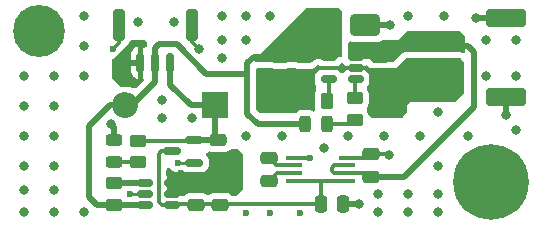
<source format=gtl>
G04 #@! TF.GenerationSoftware,KiCad,Pcbnew,8.0.0*
G04 #@! TF.CreationDate,2024-08-05T13:19:55+02:00*
G04 #@! TF.ProjectId,BatteryBridge,42617474-6572-4794-9272-696467652e6b,rev?*
G04 #@! TF.SameCoordinates,Original*
G04 #@! TF.FileFunction,Copper,L1,Top*
G04 #@! TF.FilePolarity,Positive*
%FSLAX46Y46*%
G04 Gerber Fmt 4.6, Leading zero omitted, Abs format (unit mm)*
G04 Created by KiCad (PCBNEW 8.0.0) date 2024-08-05 13:19:55*
%MOMM*%
%LPD*%
G01*
G04 APERTURE LIST*
G04 Aperture macros list*
%AMRoundRect*
0 Rectangle with rounded corners*
0 $1 Rounding radius*
0 $2 $3 $4 $5 $6 $7 $8 $9 X,Y pos of 4 corners*
0 Add a 4 corners polygon primitive as box body*
4,1,4,$2,$3,$4,$5,$6,$7,$8,$9,$2,$3,0*
0 Add four circle primitives for the rounded corners*
1,1,$1+$1,$2,$3*
1,1,$1+$1,$4,$5*
1,1,$1+$1,$6,$7*
1,1,$1+$1,$8,$9*
0 Add four rect primitives between the rounded corners*
20,1,$1+$1,$2,$3,$4,$5,0*
20,1,$1+$1,$4,$5,$6,$7,0*
20,1,$1+$1,$6,$7,$8,$9,0*
20,1,$1+$1,$8,$9,$2,$3,0*%
G04 Aperture macros list end*
G04 #@! TA.AperFunction,SMDPad,CuDef*
%ADD10RoundRect,0.250000X-0.475000X0.250000X-0.475000X-0.250000X0.475000X-0.250000X0.475000X0.250000X0*%
G04 #@! TD*
G04 #@! TA.AperFunction,SMDPad,CuDef*
%ADD11RoundRect,0.250000X0.475000X-0.250000X0.475000X0.250000X-0.475000X0.250000X-0.475000X-0.250000X0*%
G04 #@! TD*
G04 #@! TA.AperFunction,SMDPad,CuDef*
%ADD12RoundRect,0.250000X0.450000X-0.262500X0.450000X0.262500X-0.450000X0.262500X-0.450000X-0.262500X0*%
G04 #@! TD*
G04 #@! TA.AperFunction,ComponentPad*
%ADD13C,0.800000*%
G04 #@! TD*
G04 #@! TA.AperFunction,ComponentPad*
%ADD14C,6.400000*%
G04 #@! TD*
G04 #@! TA.AperFunction,SMDPad,CuDef*
%ADD15R,1.425000X0.450000*%
G04 #@! TD*
G04 #@! TA.AperFunction,SMDPad,CuDef*
%ADD16RoundRect,0.150000X0.587500X0.150000X-0.587500X0.150000X-0.587500X-0.150000X0.587500X-0.150000X0*%
G04 #@! TD*
G04 #@! TA.AperFunction,SMDPad,CuDef*
%ADD17RoundRect,0.250000X-1.000000X-0.650000X1.000000X-0.650000X1.000000X0.650000X-1.000000X0.650000X0*%
G04 #@! TD*
G04 #@! TA.AperFunction,SMDPad,CuDef*
%ADD18RoundRect,0.250000X-0.250000X-0.475000X0.250000X-0.475000X0.250000X0.475000X-0.250000X0.475000X0*%
G04 #@! TD*
G04 #@! TA.AperFunction,ComponentPad*
%ADD19R,2.200000X2.200000*%
G04 #@! TD*
G04 #@! TA.AperFunction,ComponentPad*
%ADD20O,2.200000X2.200000*%
G04 #@! TD*
G04 #@! TA.AperFunction,SMDPad,CuDef*
%ADD21RoundRect,0.150000X0.150000X0.700000X-0.150000X0.700000X-0.150000X-0.700000X0.150000X-0.700000X0*%
G04 #@! TD*
G04 #@! TA.AperFunction,SMDPad,CuDef*
%ADD22RoundRect,0.250000X0.250000X1.100000X-0.250000X1.100000X-0.250000X-1.100000X0.250000X-1.100000X0*%
G04 #@! TD*
G04 #@! TA.AperFunction,SMDPad,CuDef*
%ADD23RoundRect,0.250000X1.500000X-0.250000X1.500000X0.250000X-1.500000X0.250000X-1.500000X-0.250000X0*%
G04 #@! TD*
G04 #@! TA.AperFunction,SMDPad,CuDef*
%ADD24RoundRect,0.250001X1.449999X-0.499999X1.449999X0.499999X-1.449999X0.499999X-1.449999X-0.499999X0*%
G04 #@! TD*
G04 #@! TA.AperFunction,SMDPad,CuDef*
%ADD25RoundRect,0.150000X0.512500X0.150000X-0.512500X0.150000X-0.512500X-0.150000X0.512500X-0.150000X0*%
G04 #@! TD*
G04 #@! TA.AperFunction,SMDPad,CuDef*
%ADD26RoundRect,0.243750X0.243750X0.456250X-0.243750X0.456250X-0.243750X-0.456250X0.243750X-0.456250X0*%
G04 #@! TD*
G04 #@! TA.AperFunction,SMDPad,CuDef*
%ADD27RoundRect,0.243750X-0.456250X0.243750X-0.456250X-0.243750X0.456250X-0.243750X0.456250X0.243750X0*%
G04 #@! TD*
G04 #@! TA.AperFunction,ComponentPad*
%ADD28C,2.600000*%
G04 #@! TD*
G04 #@! TA.AperFunction,ConnectorPad*
%ADD29C,4.400000*%
G04 #@! TD*
G04 #@! TA.AperFunction,SMDPad,CuDef*
%ADD30RoundRect,0.250000X-0.262500X-0.450000X0.262500X-0.450000X0.262500X0.450000X-0.262500X0.450000X0*%
G04 #@! TD*
G04 #@! TA.AperFunction,SMDPad,CuDef*
%ADD31RoundRect,0.250000X-0.450000X0.262500X-0.450000X-0.262500X0.450000X-0.262500X0.450000X0.262500X0*%
G04 #@! TD*
G04 #@! TA.AperFunction,ViaPad*
%ADD32C,0.800000*%
G04 #@! TD*
G04 #@! TA.AperFunction,ViaPad*
%ADD33C,0.600000*%
G04 #@! TD*
G04 #@! TA.AperFunction,Conductor*
%ADD34C,0.508000*%
G04 #@! TD*
G04 #@! TA.AperFunction,Conductor*
%ADD35C,0.350000*%
G04 #@! TD*
G04 #@! TA.AperFunction,Conductor*
%ADD36C,0.300000*%
G04 #@! TD*
G04 #@! TA.AperFunction,Conductor*
%ADD37C,0.250000*%
G04 #@! TD*
G04 APERTURE END LIST*
D10*
X125350000Y-92810000D03*
X125350000Y-94710000D03*
D11*
X138860000Y-84065000D03*
X138860000Y-82165000D03*
D12*
X116340000Y-94692500D03*
X116340000Y-92867500D03*
D11*
X130430000Y-84075000D03*
X130430000Y-82175000D03*
D10*
X123300000Y-92830000D03*
X123300000Y-94730000D03*
D13*
X145860000Y-92770000D03*
X146562944Y-91072944D03*
X146562944Y-94467056D03*
X148260000Y-90370000D03*
D14*
X148260000Y-92770000D03*
D13*
X148260000Y-95170000D03*
X149957056Y-91072944D03*
X149957056Y-94467056D03*
X150660000Y-92770000D03*
D15*
X136052000Y-92685000D03*
X136052000Y-92035000D03*
X136052000Y-91385000D03*
X136052000Y-90735000D03*
X131628000Y-90735000D03*
X131628000Y-91385000D03*
X131628000Y-92035000D03*
X131628000Y-92685000D03*
D16*
X123135000Y-91150000D03*
X123135000Y-89250000D03*
X121260000Y-90200000D03*
D11*
X138090000Y-92350000D03*
X138090000Y-90450000D03*
D17*
X133632500Y-79512500D03*
X137632500Y-79512500D03*
D18*
X133860000Y-94650000D03*
X135760000Y-94650000D03*
D19*
X124900000Y-86300000D03*
D20*
X117280000Y-86300000D03*
D11*
X129520000Y-92690000D03*
X129520000Y-90790000D03*
D21*
X121100000Y-82680000D03*
X119850000Y-82680000D03*
X118600000Y-82680000D03*
D22*
X122950000Y-79480000D03*
X116750000Y-79480000D03*
D23*
X143760000Y-83260000D03*
X143760000Y-81260000D03*
D24*
X149510000Y-85610000D03*
X149510000Y-78910000D03*
D25*
X136807500Y-84075000D03*
X136807500Y-83125000D03*
X136807500Y-82175000D03*
X134532500Y-82175000D03*
X134532500Y-84075000D03*
D26*
X134407500Y-87892500D03*
X132532500Y-87892500D03*
D12*
X136730000Y-87535000D03*
X136730000Y-85710000D03*
D27*
X116380000Y-89252500D03*
X116380000Y-91127500D03*
D28*
X110000000Y-80000000D03*
D29*
X110000000Y-80000000D03*
D25*
X121297500Y-94732500D03*
X121297500Y-93782500D03*
X121297500Y-92832500D03*
X119022500Y-92832500D03*
X119022500Y-93782500D03*
X119022500Y-94732500D03*
D30*
X132537500Y-85892500D03*
X134362500Y-85892500D03*
D31*
X118390000Y-89287500D03*
X118390000Y-91112500D03*
D11*
X132480000Y-84095000D03*
X132480000Y-82195000D03*
D10*
X125207500Y-89237500D03*
X125207500Y-91137500D03*
D32*
X118364000Y-79248000D03*
X141224000Y-93827600D03*
X138530000Y-85550000D03*
X147828000Y-83820000D03*
X150368000Y-83820000D03*
X120396000Y-85852000D03*
X108712000Y-91440000D03*
X111252000Y-95351600D03*
X149520000Y-87120000D03*
X137120000Y-94650000D03*
X127508000Y-78740000D03*
X128860000Y-85230000D03*
X111252000Y-86360000D03*
X108712000Y-86360000D03*
X139660000Y-90470000D03*
D33*
X127508000Y-95402400D03*
D32*
X138684000Y-93827600D03*
X138510000Y-86690000D03*
D33*
X132080000Y-95402400D03*
X117906800Y-84378800D03*
D32*
X111252000Y-93472000D03*
X113792000Y-95351600D03*
X108712000Y-88900000D03*
X126700000Y-91130000D03*
X111252000Y-88900000D03*
X141800000Y-84600000D03*
X129540000Y-78740000D03*
X144272000Y-78740000D03*
D33*
X116600000Y-83700000D03*
D32*
X120396000Y-87376000D03*
X125476000Y-80772000D03*
X113792000Y-83820000D03*
X143764000Y-91440000D03*
X128890000Y-83970000D03*
D33*
X117551200Y-83362800D03*
D32*
X116070000Y-87850000D03*
X139770000Y-79520000D03*
X121412000Y-79248000D03*
X130020000Y-86490000D03*
D33*
X116300000Y-81500000D03*
D32*
X143000000Y-85380000D03*
D33*
X116600000Y-82700000D03*
D32*
X113792000Y-81280000D03*
X127508000Y-88900000D03*
X130010000Y-85290000D03*
D33*
X118800000Y-81200000D03*
D32*
X140170000Y-85510000D03*
X141224000Y-95300800D03*
X111252000Y-91440000D03*
D33*
X129540000Y-95402400D03*
D32*
X108712000Y-93472000D03*
X128890000Y-86450000D03*
X140380000Y-84040000D03*
X136144000Y-88900000D03*
X108712000Y-95351600D03*
X126770000Y-92810000D03*
D33*
X121000000Y-91980000D03*
D32*
X123530000Y-81520000D03*
X142240000Y-88900000D03*
X113792000Y-78740000D03*
X130556000Y-88900000D03*
D33*
X117551200Y-82143600D03*
D32*
X134112000Y-89916000D03*
X131160000Y-86460000D03*
X144000000Y-84590000D03*
X146304000Y-88900000D03*
X143764000Y-95300800D03*
X150368000Y-88392000D03*
D33*
X132990000Y-90730000D03*
D32*
X145000000Y-85350000D03*
X150368000Y-80772000D03*
X111252000Y-83820000D03*
X138684000Y-95300800D03*
X140210000Y-86690000D03*
X127508000Y-80772000D03*
X147828000Y-80772000D03*
X125476000Y-78740000D03*
X108712000Y-83820000D03*
X139192000Y-88900000D03*
X125476000Y-82296000D03*
X122936000Y-87376000D03*
X141224000Y-78740000D03*
X147010000Y-78890000D03*
X143764000Y-93827600D03*
D33*
X117900000Y-81200000D03*
D32*
X143764000Y-86868000D03*
X131100000Y-85350000D03*
D33*
X122070000Y-92040000D03*
X117740000Y-93780000D03*
X121780000Y-91150000D03*
D34*
X116380000Y-88160000D02*
X116070000Y-87850000D01*
X116380000Y-89252500D02*
X116380000Y-88160000D01*
X114882500Y-94692500D02*
X116340000Y-94692500D01*
X114240000Y-94050000D02*
X114882500Y-94692500D01*
X115980000Y-86300000D02*
X114240000Y-88040000D01*
X117280000Y-86300000D02*
X115980000Y-86300000D01*
X114240000Y-88040000D02*
X114240000Y-94050000D01*
X119850000Y-82680000D02*
X119850000Y-81440000D01*
X119850000Y-81440000D02*
X120150000Y-81140000D01*
X121700000Y-81140000D02*
X124170000Y-83610000D01*
X120150000Y-81140000D02*
X121700000Y-81140000D01*
X124170000Y-83610000D02*
X127650000Y-83610000D01*
X116380000Y-94732500D02*
X116340000Y-94692500D01*
X127650000Y-82710000D02*
X128185000Y-82175000D01*
X119022500Y-94732500D02*
X116380000Y-94732500D01*
X132532500Y-87892500D02*
X128542500Y-87892500D01*
X128185000Y-82175000D02*
X130430000Y-82175000D01*
X117850000Y-86300000D02*
X117280000Y-86300000D01*
X127650000Y-87000000D02*
X127650000Y-83610000D01*
X128542500Y-87892500D02*
X127650000Y-87000000D01*
X119850000Y-82680000D02*
X119850000Y-84300000D01*
X119850000Y-84300000D02*
X117850000Y-86300000D01*
X127650000Y-83610000D02*
X127650000Y-82710000D01*
D35*
X136052000Y-90735000D02*
X137805000Y-90735000D01*
X139640000Y-90450000D02*
X139660000Y-90470000D01*
D34*
X125327500Y-92832500D02*
X125350000Y-92810000D01*
D35*
X132985000Y-90735000D02*
X132990000Y-90730000D01*
D34*
X135760000Y-94650000D02*
X137120000Y-94650000D01*
D35*
X137805000Y-90735000D02*
X138090000Y-90450000D01*
D34*
X121297500Y-92832500D02*
X125327500Y-92832500D01*
X149520000Y-87120000D02*
X149520000Y-85620000D01*
X147030000Y-78910000D02*
X147010000Y-78890000D01*
X149520000Y-85620000D02*
X149510000Y-85610000D01*
D35*
X131628000Y-90735000D02*
X132985000Y-90735000D01*
D36*
X116750000Y-79480000D02*
X116750000Y-81050000D01*
D34*
X125207500Y-91137500D02*
X126692500Y-91137500D01*
D36*
X122950000Y-80940000D02*
X123530000Y-81520000D01*
D34*
X126692500Y-91137500D02*
X126700000Y-91130000D01*
X139762500Y-79512500D02*
X139770000Y-79520000D01*
D36*
X116750000Y-81050000D02*
X116300000Y-81500000D01*
X122950000Y-79480000D02*
X122950000Y-80940000D01*
D35*
X138090000Y-90450000D02*
X139640000Y-90450000D01*
D34*
X149510000Y-78910000D02*
X147030000Y-78910000D01*
X137632500Y-79512500D02*
X139762500Y-79512500D01*
X125350000Y-92810000D02*
X126770000Y-92810000D01*
X125195000Y-89250000D02*
X125207500Y-89237500D01*
X124900000Y-88930000D02*
X125207500Y-89237500D01*
D36*
X118390000Y-89287500D02*
X123097500Y-89287500D01*
D34*
X122850000Y-86300000D02*
X124900000Y-86300000D01*
X123135000Y-89250000D02*
X125195000Y-89250000D01*
X121100000Y-82680000D02*
X121100000Y-84550000D01*
X125207500Y-86522500D02*
X125460000Y-86270000D01*
X121100000Y-84550000D02*
X122850000Y-86300000D01*
X124900000Y-86300000D02*
X124900000Y-88930000D01*
D36*
X123097500Y-89287500D02*
X123135000Y-89250000D01*
X116380000Y-91127500D02*
X118375000Y-91127500D01*
X118375000Y-91127500D02*
X118390000Y-91112500D01*
D37*
X136372500Y-87892500D02*
X136730000Y-87535000D01*
D36*
X134407500Y-87892500D02*
X136372500Y-87892500D01*
D35*
X133860000Y-94650000D02*
X133860000Y-92685000D01*
X121380000Y-94650000D02*
X121297500Y-94732500D01*
X133860000Y-92685000D02*
X136052000Y-92685000D01*
X121297500Y-94732500D02*
X120422500Y-94732500D01*
X120422500Y-94732500D02*
X120150000Y-94460000D01*
X120380000Y-90200000D02*
X121260000Y-90200000D01*
X120150000Y-94460000D02*
X120150000Y-90430000D01*
X120150000Y-90430000D02*
X120380000Y-90200000D01*
X131628000Y-92685000D02*
X133860000Y-92685000D01*
X133860000Y-94650000D02*
X121380000Y-94650000D01*
X136052000Y-92035000D02*
X134961000Y-92035000D01*
X136052000Y-92035000D02*
X137775000Y-92035000D01*
D34*
X140900000Y-92350000D02*
X146820000Y-86430000D01*
X146820000Y-81780000D02*
X146300000Y-81260000D01*
X146820000Y-86430000D02*
X146820000Y-81780000D01*
X146300000Y-81260000D02*
X143760000Y-81260000D01*
D35*
X137775000Y-92035000D02*
X138090000Y-92350000D01*
X134961000Y-92035000D02*
X134800000Y-91874000D01*
X134979800Y-91385000D02*
X136052000Y-91385000D01*
X134800000Y-91874000D02*
X134800000Y-91564800D01*
D34*
X138090000Y-92350000D02*
X140900000Y-92350000D01*
D35*
X134800000Y-91564800D02*
X134979800Y-91385000D01*
X131628000Y-92035000D02*
X130175000Y-92035000D01*
X130175000Y-92035000D02*
X129520000Y-92690000D01*
X130115000Y-91385000D02*
X129520000Y-90790000D01*
X131628000Y-91385000D02*
X130115000Y-91385000D01*
D37*
X119022500Y-93782500D02*
X117742500Y-93782500D01*
X121780000Y-91150000D02*
X123135000Y-91150000D01*
X117742500Y-93782500D02*
X117740000Y-93780000D01*
D36*
X134532500Y-84075000D02*
X134532500Y-85722500D01*
D37*
X134532500Y-85722500D02*
X134362500Y-85892500D01*
D34*
X116375000Y-92832500D02*
X116340000Y-92867500D01*
X119022500Y-92832500D02*
X116375000Y-92832500D01*
D37*
X136730000Y-84152500D02*
X136807500Y-84075000D01*
D36*
X136730000Y-85710000D02*
X136730000Y-84152500D01*
G04 #@! TA.AperFunction,Conductor*
G36*
X145655677Y-80009685D02*
G01*
X145676319Y-80026319D01*
X146063681Y-80413681D01*
X146097166Y-80475004D01*
X146100000Y-80501362D01*
X146100000Y-81756755D01*
X146080315Y-81823794D01*
X146027511Y-81869549D01*
X145958353Y-81879493D01*
X145924488Y-81869549D01*
X145848103Y-81834664D01*
X145848098Y-81834662D01*
X145848097Y-81834662D01*
X145781058Y-81814977D01*
X145781060Y-81814977D01*
X145781055Y-81814976D01*
X145733582Y-81808150D01*
X145638638Y-81794500D01*
X141081362Y-81794500D01*
X141081360Y-81794500D01*
X141027311Y-81797397D01*
X141027310Y-81797397D01*
X141000977Y-81800229D01*
X141000950Y-81800232D01*
X140947554Y-81808885D01*
X140947552Y-81808885D01*
X140812747Y-81859166D01*
X140751422Y-81892651D01*
X140636240Y-81978876D01*
X140636228Y-81978886D01*
X140061935Y-82553181D01*
X140000612Y-82586666D01*
X139974254Y-82589500D01*
X139688859Y-82589500D01*
X139608348Y-82595954D01*
X139569353Y-82602246D01*
X139541830Y-82608980D01*
X139490863Y-82621452D01*
X139490857Y-82621454D01*
X139394237Y-82653470D01*
X139367850Y-82659120D01*
X139365556Y-82659355D01*
X139352946Y-82659998D01*
X138367062Y-82659998D01*
X138354506Y-82659361D01*
X138353469Y-82659255D01*
X138352203Y-82659126D01*
X138325759Y-82653470D01*
X138279017Y-82637981D01*
X138230341Y-82607957D01*
X138165364Y-82542980D01*
X138132371Y-82512784D01*
X138115556Y-82498710D01*
X138080000Y-82471533D01*
X138078808Y-82470934D01*
X137951435Y-82406947D01*
X137951426Y-82406944D01*
X137919254Y-82396185D01*
X137885168Y-82384786D01*
X137885162Y-82384784D01*
X137885159Y-82384783D01*
X137885155Y-82384782D01*
X137885156Y-82384782D01*
X137743602Y-82359035D01*
X137612448Y-82372948D01*
X137564773Y-82368716D01*
X137422573Y-82327402D01*
X137422567Y-82327401D01*
X137385701Y-82324500D01*
X137385694Y-82324500D01*
X136254514Y-82324500D01*
X136187475Y-82304815D01*
X136141720Y-82252011D01*
X136131776Y-82182854D01*
X136150000Y-82056104D01*
X136150000Y-82022012D01*
X136154925Y-81987413D01*
X136160500Y-81968223D01*
X136160503Y-81968213D01*
X136175532Y-81898407D01*
X136180456Y-81863811D01*
X136185500Y-81792582D01*
X136185500Y-81045862D01*
X136205185Y-80978823D01*
X136221819Y-80958181D01*
X136273745Y-80906255D01*
X136335068Y-80872770D01*
X136400428Y-80876229D01*
X136479703Y-80902499D01*
X136582491Y-80913000D01*
X138682508Y-80912999D01*
X138785297Y-80902499D01*
X138951834Y-80847314D01*
X138973501Y-80833949D01*
X138998613Y-80818461D01*
X139063709Y-80800000D01*
X140380000Y-80800000D01*
X141153681Y-80026319D01*
X141215004Y-79992834D01*
X141241362Y-79990000D01*
X145588638Y-79990000D01*
X145655677Y-80009685D01*
G37*
G04 #@! TD.AperFunction*
G04 #@! TA.AperFunction,Conductor*
G36*
X126875677Y-90019685D02*
G01*
X126896319Y-90036319D01*
X127253681Y-90393681D01*
X127287166Y-90455004D01*
X127290000Y-90481362D01*
X127290000Y-93308638D01*
X127270315Y-93375677D01*
X127253681Y-93396319D01*
X126711819Y-93938181D01*
X126650496Y-93971666D01*
X126624138Y-93974500D01*
X126452230Y-93974500D01*
X126385191Y-93954815D01*
X126364549Y-93938181D01*
X126293657Y-93867289D01*
X126293656Y-93867288D01*
X126176761Y-93795187D01*
X126144336Y-93775187D01*
X126144331Y-93775185D01*
X126142862Y-93774698D01*
X125977797Y-93720001D01*
X125977795Y-93720000D01*
X125875010Y-93709500D01*
X124824998Y-93709500D01*
X124824980Y-93709501D01*
X124722203Y-93720000D01*
X124722200Y-93720001D01*
X124555668Y-93775185D01*
X124555663Y-93775187D01*
X124406343Y-93867288D01*
X124401234Y-93872398D01*
X124339909Y-93905880D01*
X124270218Y-93900892D01*
X124248461Y-93890251D01*
X124094340Y-93795189D01*
X124094335Y-93795187D01*
X124094334Y-93795186D01*
X123927797Y-93740001D01*
X123927795Y-93740000D01*
X123825010Y-93729500D01*
X122774998Y-93729500D01*
X122774980Y-93729501D01*
X122672203Y-93740000D01*
X122672200Y-93740001D01*
X122505668Y-93795185D01*
X122505663Y-93795187D01*
X122356342Y-93887289D01*
X122305451Y-93938181D01*
X122244128Y-93971666D01*
X122217770Y-93974500D01*
X122066512Y-93974500D01*
X122031917Y-93969576D01*
X121912573Y-93934902D01*
X121912567Y-93934901D01*
X121875701Y-93932000D01*
X121875694Y-93932000D01*
X120949500Y-93932000D01*
X120882461Y-93912315D01*
X120836706Y-93859511D01*
X120825500Y-93808000D01*
X120825500Y-91715862D01*
X120845185Y-91648823D01*
X120861819Y-91628181D01*
X120893681Y-91596319D01*
X120955004Y-91562834D01*
X120981362Y-91560000D01*
X121023680Y-91560000D01*
X121090719Y-91579685D01*
X121128674Y-91618029D01*
X121150181Y-91652259D01*
X121150184Y-91652262D01*
X121277738Y-91779816D01*
X121338638Y-91818082D01*
X121428289Y-91874414D01*
X121430478Y-91875789D01*
X121504656Y-91901745D01*
X121600745Y-91935368D01*
X121600750Y-91935369D01*
X121779996Y-91955565D01*
X121780000Y-91955565D01*
X121780004Y-91955565D01*
X121959249Y-91935369D01*
X121959252Y-91935368D01*
X121959255Y-91935368D01*
X122129522Y-91875789D01*
X122129525Y-91875786D01*
X122132376Y-91874414D01*
X122134408Y-91874078D01*
X122136095Y-91873489D01*
X122136198Y-91873784D01*
X122201316Y-91863053D01*
X122249308Y-91879393D01*
X122287102Y-91901744D01*
X122287105Y-91901744D01*
X122287107Y-91901746D01*
X122444926Y-91947597D01*
X122444929Y-91947597D01*
X122444931Y-91947598D01*
X122481806Y-91950500D01*
X122481814Y-91950500D01*
X123788186Y-91950500D01*
X123788194Y-91950500D01*
X123825069Y-91947598D01*
X123825071Y-91947597D01*
X123825073Y-91947597D01*
X123867165Y-91935368D01*
X123982898Y-91901744D01*
X124124365Y-91818081D01*
X124240581Y-91701865D01*
X124324244Y-91560398D01*
X124370098Y-91402569D01*
X124373000Y-91365694D01*
X124373000Y-90934306D01*
X124370098Y-90897431D01*
X124324244Y-90739602D01*
X124240581Y-90598135D01*
X124240579Y-90598133D01*
X124240576Y-90598129D01*
X124206319Y-90563872D01*
X124172834Y-90502549D01*
X124170000Y-90476191D01*
X124170000Y-90431361D01*
X124189685Y-90364322D01*
X124206309Y-90343690D01*
X124332438Y-90217561D01*
X124393755Y-90184080D01*
X124459114Y-90187539D01*
X124579703Y-90227499D01*
X124682491Y-90238000D01*
X125732508Y-90237999D01*
X125732516Y-90237998D01*
X125732519Y-90237998D01*
X125788802Y-90232248D01*
X125835297Y-90227499D01*
X126001834Y-90172314D01*
X126151156Y-90080212D01*
X126195049Y-90036319D01*
X126256372Y-90002834D01*
X126282730Y-90000000D01*
X126808638Y-90000000D01*
X126875677Y-90019685D01*
G37*
G04 #@! TD.AperFunction*
G04 #@! TA.AperFunction,Conductor*
G36*
X119015677Y-80819685D02*
G01*
X119036319Y-80836319D01*
X119152436Y-80952436D01*
X119185921Y-81013759D01*
X119180937Y-81083451D01*
X119179316Y-81087569D01*
X119124496Y-81219916D01*
X119124494Y-81219923D01*
X119114765Y-81268831D01*
X119082378Y-81330741D01*
X119021662Y-81365314D01*
X118958553Y-81363713D01*
X118852494Y-81332900D01*
X118852497Y-81332900D01*
X118850000Y-81332703D01*
X118850000Y-84027295D01*
X118862176Y-84038551D01*
X118898043Y-84098512D01*
X118895798Y-84168346D01*
X118865686Y-84217288D01*
X118319294Y-84763681D01*
X118257971Y-84797166D01*
X118231613Y-84800000D01*
X117865653Y-84800000D01*
X117818201Y-84790561D01*
X117776118Y-84773130D01*
X117776119Y-84773130D01*
X117776111Y-84773127D01*
X117776106Y-84773125D01*
X117776101Y-84773124D01*
X117531151Y-84714317D01*
X117342787Y-84699492D01*
X117280000Y-84694551D01*
X117279999Y-84694551D01*
X117028859Y-84714316D01*
X117028845Y-84714318D01*
X117004008Y-84720280D01*
X116934226Y-84716786D01*
X116887386Y-84687386D01*
X116236319Y-84036319D01*
X116202834Y-83974996D01*
X116200000Y-83948638D01*
X116200000Y-82930000D01*
X117800000Y-82930000D01*
X117800000Y-83445649D01*
X117802899Y-83482489D01*
X117802900Y-83482495D01*
X117848716Y-83640193D01*
X117848717Y-83640196D01*
X117932314Y-83781552D01*
X117932321Y-83781561D01*
X118048438Y-83897678D01*
X118048447Y-83897685D01*
X118189801Y-83981281D01*
X118347514Y-84027100D01*
X118347511Y-84027100D01*
X118349998Y-84027295D01*
X118350000Y-84027295D01*
X118350000Y-82930000D01*
X117800000Y-82930000D01*
X116200000Y-82930000D01*
X116200000Y-82451361D01*
X116206272Y-82430000D01*
X117800000Y-82430000D01*
X118350000Y-82430000D01*
X118350000Y-81332703D01*
X118347503Y-81332900D01*
X118189806Y-81378716D01*
X118189803Y-81378717D01*
X118048447Y-81462314D01*
X118048438Y-81462321D01*
X117932321Y-81578438D01*
X117932314Y-81578447D01*
X117848717Y-81719803D01*
X117848716Y-81719806D01*
X117802900Y-81877504D01*
X117802899Y-81877510D01*
X117800000Y-81914350D01*
X117800000Y-82430000D01*
X116206272Y-82430000D01*
X116219685Y-82384322D01*
X116236314Y-82363685D01*
X117351992Y-81248007D01*
X117374568Y-81230157D01*
X117468345Y-81172315D01*
X117592315Y-81048345D01*
X117650155Y-80954571D01*
X117668010Y-80931989D01*
X117715848Y-80884151D01*
X117763683Y-80836318D01*
X117825006Y-80802834D01*
X117851363Y-80800000D01*
X118948638Y-80800000D01*
X119015677Y-80819685D01*
G37*
G04 #@! TD.AperFunction*
G04 #@! TA.AperFunction,Conductor*
G36*
X145705677Y-82319685D02*
G01*
X145726319Y-82336319D01*
X145983681Y-82593681D01*
X146017166Y-82655004D01*
X146020000Y-82681362D01*
X146020000Y-85178638D01*
X146000315Y-85245677D01*
X145983681Y-85266319D01*
X145286319Y-85963681D01*
X145224996Y-85997166D01*
X145198638Y-86000000D01*
X141459999Y-86000000D01*
X141162500Y-86297499D01*
X141162500Y-83245000D01*
X141012500Y-83095000D01*
X140235000Y-83095000D01*
X140993681Y-82336319D01*
X141055004Y-82302834D01*
X141081362Y-82300000D01*
X145638638Y-82300000D01*
X145705677Y-82319685D01*
G37*
G04 #@! TD.AperFunction*
G04 #@! TA.AperFunction,Conductor*
G36*
X135747667Y-82693006D02*
G01*
X135771855Y-82720921D01*
X135772139Y-82720702D01*
X135776179Y-82725911D01*
X135776732Y-82726548D01*
X135776919Y-82726865D01*
X135776921Y-82726867D01*
X135776923Y-82726870D01*
X135893129Y-82843076D01*
X135893133Y-82843079D01*
X135893135Y-82843081D01*
X136034602Y-82926744D01*
X136076224Y-82938836D01*
X136192426Y-82972597D01*
X136192429Y-82972597D01*
X136192431Y-82972598D01*
X136229306Y-82975500D01*
X136229314Y-82975500D01*
X137385686Y-82975500D01*
X137385694Y-82975500D01*
X137422569Y-82972598D01*
X137422571Y-82972597D01*
X137422573Y-82972597D01*
X137512852Y-82946368D01*
X137580398Y-82926744D01*
X137657120Y-82881371D01*
X137724844Y-82864188D01*
X137791107Y-82886348D01*
X137807922Y-82900422D01*
X138002500Y-83095000D01*
X138031130Y-83095000D01*
X138070130Y-83101293D01*
X138232203Y-83154999D01*
X138334991Y-83165500D01*
X139385008Y-83165499D01*
X139385016Y-83165498D01*
X139385019Y-83165498D01*
X139441302Y-83159748D01*
X139487797Y-83154999D01*
X139649869Y-83101293D01*
X139688870Y-83095000D01*
X141012500Y-83095000D01*
X141162500Y-83245000D01*
X141162500Y-86297499D01*
X141162500Y-86812233D01*
X141142815Y-86879272D01*
X141141447Y-86881355D01*
X140846847Y-87320122D01*
X140793135Y-87364807D01*
X140743900Y-87375000D01*
X138186259Y-87375000D01*
X138119220Y-87355315D01*
X138083174Y-87319916D01*
X137900515Y-87046695D01*
X137885895Y-87016787D01*
X137864814Y-86953166D01*
X137840960Y-86914492D01*
X137822500Y-86849397D01*
X137822500Y-86395602D01*
X137840960Y-86330507D01*
X137864814Y-86291834D01*
X137919999Y-86125297D01*
X137930500Y-86022509D01*
X137930499Y-85397492D01*
X137929987Y-85392483D01*
X137919999Y-85294703D01*
X137919998Y-85294700D01*
X137918342Y-85289703D01*
X137864814Y-85128166D01*
X137840960Y-85089492D01*
X137822500Y-85024397D01*
X137822500Y-84687133D01*
X137839768Y-84624012D01*
X137857439Y-84594132D01*
X137921744Y-84485398D01*
X137967598Y-84327569D01*
X137970500Y-84290694D01*
X137970500Y-83859306D01*
X137967598Y-83822431D01*
X137921744Y-83664602D01*
X137838081Y-83523135D01*
X137838079Y-83523133D01*
X137838076Y-83523129D01*
X137721870Y-83406923D01*
X137721862Y-83406917D01*
X137580396Y-83323255D01*
X137580393Y-83323254D01*
X137422573Y-83277402D01*
X137422567Y-83277401D01*
X137385701Y-83274500D01*
X137385694Y-83274500D01*
X136229306Y-83274500D01*
X136229298Y-83274500D01*
X136192432Y-83277401D01*
X136192426Y-83277402D01*
X136034606Y-83323254D01*
X136034603Y-83323255D01*
X135893137Y-83406917D01*
X135893129Y-83406923D01*
X135776922Y-83523130D01*
X135773921Y-83527000D01*
X135717278Y-83567907D01*
X135675941Y-83575000D01*
X135664059Y-83575000D01*
X135597020Y-83555315D01*
X135566079Y-83527000D01*
X135563077Y-83523130D01*
X135446870Y-83406923D01*
X135446862Y-83406917D01*
X135305396Y-83323255D01*
X135305393Y-83323254D01*
X135147573Y-83277402D01*
X135147567Y-83277401D01*
X135110701Y-83274500D01*
X135110694Y-83274500D01*
X133954306Y-83274500D01*
X133954298Y-83274500D01*
X133917432Y-83277401D01*
X133917426Y-83277402D01*
X133759606Y-83323254D01*
X133759603Y-83323255D01*
X133618137Y-83406917D01*
X133618129Y-83406923D01*
X133501923Y-83523129D01*
X133501917Y-83523137D01*
X133418255Y-83664603D01*
X133418254Y-83664606D01*
X133372402Y-83822426D01*
X133372401Y-83822432D01*
X133369500Y-83859298D01*
X133369500Y-84290701D01*
X133372401Y-84327567D01*
X133372402Y-84327573D01*
X133418253Y-84485392D01*
X133418255Y-84485396D01*
X133418256Y-84485398D01*
X133445233Y-84531013D01*
X133462500Y-84594132D01*
X133462500Y-85011291D01*
X133444039Y-85076387D01*
X133415189Y-85123159D01*
X133415186Y-85123166D01*
X133360001Y-85289703D01*
X133360001Y-85289704D01*
X133360000Y-85289704D01*
X133349500Y-85392483D01*
X133349500Y-86392501D01*
X133349501Y-86392519D01*
X133360000Y-86495296D01*
X133362988Y-86504312D01*
X133403692Y-86627147D01*
X133406094Y-86696974D01*
X133373667Y-86753831D01*
X133333849Y-86793649D01*
X133272526Y-86827134D01*
X133202834Y-86822150D01*
X133181072Y-86811507D01*
X133092931Y-86757141D01*
X133092926Y-86757139D01*
X133092925Y-86757138D01*
X133082945Y-86753831D01*
X132927776Y-86702413D01*
X132825855Y-86692000D01*
X132825848Y-86692000D01*
X132239152Y-86692000D01*
X132239144Y-86692000D01*
X132137223Y-86702413D01*
X131972077Y-86757137D01*
X131972066Y-86757142D01*
X131824000Y-86848471D01*
X131733789Y-86938682D01*
X131672465Y-86972166D01*
X131646108Y-86975000D01*
X128813862Y-86975000D01*
X128746823Y-86955315D01*
X128726181Y-86938681D01*
X128440819Y-86653319D01*
X128407334Y-86591996D01*
X128404500Y-86565638D01*
X128404500Y-83314362D01*
X128424185Y-83247323D01*
X128440819Y-83226681D01*
X128496181Y-83171319D01*
X128557504Y-83137834D01*
X128583862Y-83135000D01*
X129691662Y-83135000D01*
X129730665Y-83141294D01*
X129768715Y-83153902D01*
X129802203Y-83164999D01*
X129904991Y-83175500D01*
X130955008Y-83175499D01*
X130955016Y-83175498D01*
X130955019Y-83175498D01*
X131052892Y-83165500D01*
X131057797Y-83164999D01*
X131129334Y-83141294D01*
X131168338Y-83135000D01*
X131681306Y-83135000D01*
X131720310Y-83141294D01*
X131852203Y-83184999D01*
X131954991Y-83195500D01*
X133005008Y-83195499D01*
X133005016Y-83195498D01*
X133005019Y-83195498D01*
X133061302Y-83189748D01*
X133107797Y-83184999D01*
X133274334Y-83129814D01*
X133423656Y-83037712D01*
X133547712Y-82913656D01*
X133547715Y-82913650D01*
X133550217Y-82911149D01*
X133611540Y-82877664D01*
X133681232Y-82882648D01*
X133701008Y-82892091D01*
X133759602Y-82926744D01*
X133759605Y-82926744D01*
X133759607Y-82926746D01*
X133917426Y-82972597D01*
X133917429Y-82972597D01*
X133917431Y-82972598D01*
X133954306Y-82975500D01*
X133954314Y-82975500D01*
X135110686Y-82975500D01*
X135110694Y-82975500D01*
X135147569Y-82972598D01*
X135147571Y-82972597D01*
X135147573Y-82972597D01*
X135237852Y-82946368D01*
X135305398Y-82926744D01*
X135446865Y-82843081D01*
X135563081Y-82726865D01*
X135563267Y-82726549D01*
X135563477Y-82726353D01*
X135567861Y-82720702D01*
X135568772Y-82721409D01*
X135614336Y-82678866D01*
X135683077Y-82666362D01*
X135747667Y-82693006D01*
G37*
G04 #@! TD.AperFunction*
G04 #@! TA.AperFunction,Conductor*
G36*
X135426177Y-78090185D02*
G01*
X135446819Y-78106819D01*
X135643681Y-78303681D01*
X135677166Y-78365004D01*
X135680000Y-78391362D01*
X135680000Y-81792582D01*
X135675076Y-81827178D01*
X135647402Y-81922429D01*
X135647401Y-81922432D01*
X135644500Y-81959298D01*
X135644500Y-82056104D01*
X135624815Y-82123143D01*
X135572011Y-82168898D01*
X135542696Y-82178101D01*
X135523872Y-82181525D01*
X135523871Y-82181525D01*
X135387428Y-82227154D01*
X135387417Y-82227160D01*
X135269355Y-82309381D01*
X135240785Y-82336058D01*
X135237207Y-82337855D01*
X135215426Y-82359635D01*
X135212376Y-82362582D01*
X135195425Y-82378409D01*
X135189237Y-82385823D01*
X135145657Y-82429402D01*
X135121104Y-82448448D01*
X135116529Y-82451154D01*
X135088013Y-82463498D01*
X135083859Y-82464705D01*
X135082596Y-82465072D01*
X135047987Y-82470000D01*
X134017015Y-82470000D01*
X133982421Y-82465077D01*
X133976986Y-82463498D01*
X133975194Y-82462977D01*
X133951460Y-82453325D01*
X133918825Y-82435927D01*
X133899049Y-82426484D01*
X133899044Y-82426481D01*
X133899038Y-82426479D01*
X133857884Y-82409019D01*
X133717298Y-82378437D01*
X133717292Y-82378436D01*
X133717291Y-82378436D01*
X133694060Y-82376774D01*
X133647601Y-82373452D01*
X133647598Y-82373452D01*
X133504087Y-82383716D01*
X133369281Y-82433997D01*
X133307958Y-82467481D01*
X133192842Y-82553637D01*
X133189941Y-82556539D01*
X133189646Y-82556836D01*
X133118244Y-82628238D01*
X133095659Y-82646096D01*
X133071583Y-82660946D01*
X133045492Y-82673112D01*
X133014238Y-82683469D01*
X132987849Y-82689121D01*
X132987431Y-82689163D01*
X132985557Y-82689355D01*
X132972945Y-82689998D01*
X131987063Y-82689998D01*
X131974507Y-82689361D01*
X131973374Y-82689245D01*
X131972204Y-82689126D01*
X131945761Y-82683470D01*
X131879317Y-82661453D01*
X131879314Y-82661452D01*
X131800840Y-82642250D01*
X131761836Y-82635956D01*
X131761830Y-82635955D01*
X131761819Y-82635954D01*
X131681315Y-82629500D01*
X131681306Y-82629500D01*
X131168338Y-82629500D01*
X131168329Y-82629500D01*
X131087824Y-82635954D01*
X131087811Y-82635955D01*
X131087808Y-82635956D01*
X131087799Y-82635957D01*
X131087795Y-82635958D01*
X131048809Y-82642249D01*
X131048806Y-82642249D01*
X131048804Y-82642250D01*
X131022646Y-82648650D01*
X130970320Y-82661454D01*
X130964221Y-82663475D01*
X130937893Y-82669115D01*
X130935603Y-82669350D01*
X130922945Y-82669998D01*
X129937060Y-82669998D01*
X129924504Y-82669361D01*
X129923866Y-82669296D01*
X129922199Y-82669125D01*
X129895758Y-82663470D01*
X129889664Y-82661450D01*
X129811205Y-82642251D01*
X129811195Y-82642249D01*
X129772206Y-82635958D01*
X129772208Y-82635958D01*
X129772194Y-82635956D01*
X129772188Y-82635955D01*
X129772177Y-82635954D01*
X129691671Y-82629500D01*
X129691662Y-82629500D01*
X128583862Y-82629500D01*
X128583860Y-82629500D01*
X128529811Y-82632397D01*
X128529810Y-82632397D01*
X128503477Y-82635229D01*
X128503474Y-82635229D01*
X128453833Y-82643273D01*
X128384508Y-82634564D01*
X128330897Y-82589758D01*
X128310020Y-82523080D01*
X128310000Y-82520869D01*
X128310000Y-82381362D01*
X128329685Y-82314323D01*
X128346319Y-82293681D01*
X132533181Y-78106819D01*
X132594504Y-78073334D01*
X132620862Y-78070500D01*
X135359138Y-78070500D01*
X135426177Y-78090185D01*
G37*
G04 #@! TD.AperFunction*
M02*

</source>
